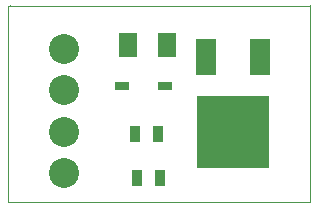
<source format=gts>
G04 (created by PCBNEW (2013-07-07 BZR 4022)-stable) date 3/6/2015 1:39:28 PM*
%MOIN*%
G04 Gerber Fmt 3.4, Leading zero omitted, Abs format*
%FSLAX34Y34*%
G01*
G70*
G90*
G04 APERTURE LIST*
%ADD10C,0.00590551*%
%ADD11C,0.00393701*%
%ADD12R,0.0472X0.0276*%
%ADD13R,0.06X0.08*%
%ADD14R,0.035X0.055*%
%ADD15R,0.065X0.12*%
%ADD16R,0.24X0.24*%
%ADD17C,0.1*%
G04 APERTURE END LIST*
G54D10*
G54D11*
X5423Y-5454D02*
X5423Y-5450D01*
X15404Y-5454D02*
X5423Y-5454D01*
X5354Y-5460D02*
X5444Y-5460D01*
X5354Y-12015D02*
X5354Y-5460D01*
X15404Y-12015D02*
X5354Y-12015D01*
X15404Y-5445D02*
X15404Y-12015D01*
G54D12*
X10594Y-8149D03*
X9138Y-8149D03*
G54D13*
X9351Y-6769D03*
X10651Y-6769D03*
G54D14*
X9656Y-11194D03*
X10406Y-11194D03*
X9596Y-9739D03*
X10346Y-9739D03*
G54D15*
X13751Y-7159D03*
G54D16*
X12851Y-9659D03*
G54D15*
X11951Y-7159D03*
G54D17*
X7199Y-6904D03*
X7199Y-8282D03*
X7199Y-9659D03*
X7199Y-11037D03*
M02*

</source>
